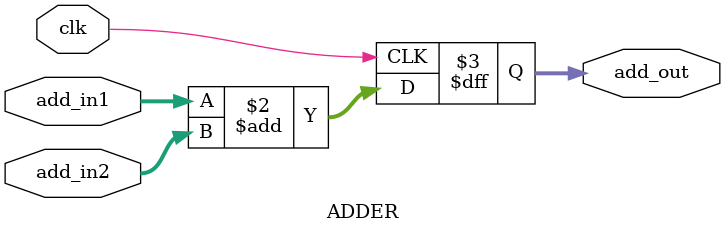
<source format=v>

module ADDER(
    output reg [31:0] add_out,
    input [31:0] add_in1,
    input [31:0] add_in2, 
    input clk
    );
    
    always @(posedge clk)
        begin 
            add_out <= add_in1 + add_in2;
        end
endmodule

</source>
